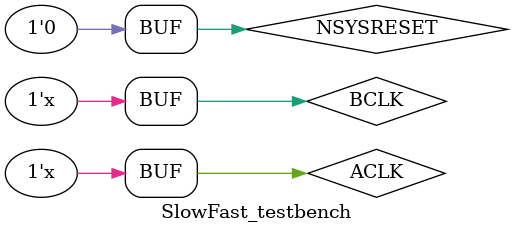
<source format=v>


`timescale 1ns/100ps

module SlowFast_testbench;

parameter ACLK_PERIOD = 10;     // 100MHZ
parameter BCLK_PERIOD = 300.3;    // 3.33333MHz


reg ACLK, BCLK;
reg NSYSRESET;
wire[3:0] Dout;

initial
begin
    ACLK = 1'b0;
    BCLK = 1'b0;
    NSYSRESET = 1'b1;
end

//////////////////////////////////////////////////////////////////////
// Reset Pulse
//////////////////////////////////////////////////////////////////////
initial
begin
   #BCLK_PERIOD;
      NSYSRESET = 1'b0;
end


//////////////////////////////////////////////////////////////////////
// Clock Driver
//////////////////////////////////////////////////////////////////////
always @(ACLK)
    #(ACLK_PERIOD / 2.0) ACLK <= !ACLK;
always @(BCLK)
    #(BCLK_PERIOD / 2.0) BCLK <= !BCLK;

//////////////////////////////////////////////////////////////////////
// Instantiate Unit Under Test:  SlowFast
//////////////////////////////////////////////////////////////////////
SlowFast SlowFast_0 (
    // Inputs
    .Aclk(ACLK),
    .Bclk(BCLK),
    .reset(NSYSRESET),

    // Outputs
    .Dout(Dout)
);

endmodule


</source>
